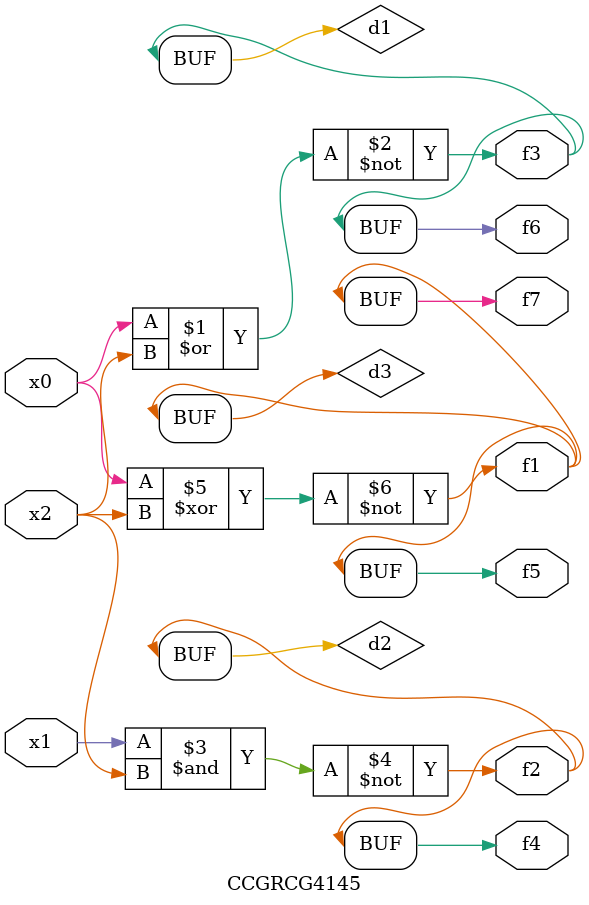
<source format=v>
module CCGRCG4145(
	input x0, x1, x2,
	output f1, f2, f3, f4, f5, f6, f7
);

	wire d1, d2, d3;

	nor (d1, x0, x2);
	nand (d2, x1, x2);
	xnor (d3, x0, x2);
	assign f1 = d3;
	assign f2 = d2;
	assign f3 = d1;
	assign f4 = d2;
	assign f5 = d3;
	assign f6 = d1;
	assign f7 = d3;
endmodule

</source>
